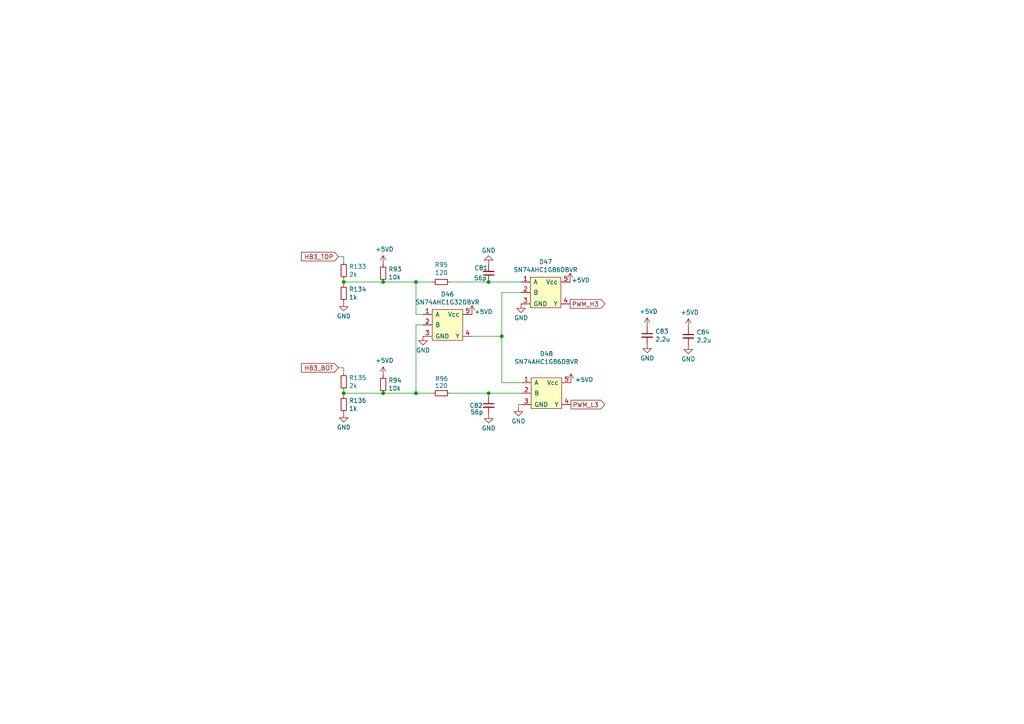
<source format=kicad_sch>
(kicad_sch (version 20211123) (generator eeschema)
  (paper "A4")
  (lib_symbols
    (symbol "Device:C_Small" (pin_numbers hide) (pin_names (offset 0.254) hide)
      (property "Reference" "C" (at 0.254 1.778 0))
      (property "Value" "C_Small" (at 0.254 -2.032 0))
      (symbol "C_Small_0_1"
        (polyline (pts (xy -1.524 -0.508) (xy 1.524 -0.508)) (stroke (width 0.3302)))
        (polyline (pts (xy -1.524 0.508) (xy 1.524 0.508)) (stroke (width 0.3048)))
      )
      (symbol "C_Small_1_1"
        (pin passive line (at 0 2.54 270) (length 2.032) (name "~") (number "1"))
        (pin passive line (at 0 -2.54 90) (length 2.032) (name "~") (number "2"))
      )
    )
    (symbol "Device:R_Small" (pin_numbers hide) (pin_names (offset 0.254) hide)
      (property "Reference" "R" (at 0.762 0.508 0))
      (property "Value" "R_Small" (at 0.762 -1.016 0))
      (symbol "R_Small_0_1"
        (rectangle (start -0.762 1.778) (end 0.762 -1.778) (stroke (width 0.2032)))
      )
      (symbol "R_Small_1_1"
        (pin passive line (at 0 2.54 270) (length 0.762) (name "~") (number "1"))
        (pin passive line (at 0 -2.54 90) (length 0.762) (name "~") (number "2"))
      )
    )
    (symbol "Logic:SN74AHC1G86DBVR" (pin_names (offset 1.016))
      (property "Reference" "D" (at 0 0 0))
      (property "Value" "SN74AHC1G86DBVR" (at 0 -1.905 0))
      (symbol "SN74AHC1G86DBVR_0_1"
        (rectangle (start -4.445 -4.445) (end 4.445 -13.335) (fill (type background)))
      )
      (symbol "SN74AHC1G86DBVR_1_1"
        (pin input line (at -7.112 -5.842 0) (length 2.54) (name "A") (number "1"))
        (pin input line (at -7.112 -8.89 0) (length 2.54) (name "B") (number "2"))
        (pin input line (at -7.112 -12.192 0) (length 2.54) (name "GND") (number "3"))
        (pin input line (at 7.112 -12.192 180) (length 2.54) (name "Y") (number "4"))
        (pin input line (at 7.112 -5.842 180) (length 2.54) (name "Vcc") (number "5"))
      )
    )
    (symbol "SN74AHC1G86DBVR_1" (pin_names (offset 1.016))
      (property "Reference" "D" (at 0 0 0))
      (property "Value" "SN74AHC1G86DBVR_1" (at 0 -1.905 0))
      (symbol "SN74AHC1G86DBVR_1_0_1"
        (rectangle (start -4.445 -4.445) (end 4.445 -13.335) (fill (type background)))
      )
      (symbol "SN74AHC1G86DBVR_1_1_1"
        (pin input line (at -7.112 -5.842 0) (length 2.54) (name "A") (number "1"))
        (pin input line (at -7.112 -8.89 0) (length 2.54) (name "B") (number "2"))
        (pin input line (at -7.112 -12.192 0) (length 2.54) (name "GND") (number "3"))
        (pin input line (at 7.112 -12.192 180) (length 2.54) (name "Y") (number "4"))
        (pin input line (at 7.112 -5.842 180) (length 2.54) (name "Vcc") (number "5"))
      )
    )
    (symbol "SN74AHC1G86DBVR_2" (pin_names (offset 1.016))
      (property "Reference" "D" (at 0 0 0))
      (property "Value" "SN74AHC1G86DBVR_2" (at 0 -1.905 0))
      (symbol "SN74AHC1G86DBVR_2_0_1"
        (rectangle (start -4.445 -4.445) (end 4.445 -13.335) (fill (type background)))
      )
      (symbol "SN74AHC1G86DBVR_2_1_1"
        (pin input line (at -7.112 -5.842 0) (length 2.54) (name "A") (number "1"))
        (pin input line (at -7.112 -8.89 0) (length 2.54) (name "B") (number "2"))
        (pin input line (at -7.112 -12.192 0) (length 2.54) (name "GND") (number "3"))
        (pin input line (at 7.112 -12.192 180) (length 2.54) (name "Y") (number "4"))
        (pin input line (at 7.112 -5.842 180) (length 2.54) (name "Vcc") (number "5"))
      )
    )
    (symbol "power:+5VD" (power) (pin_names (offset 0))
      (property "Value" "+5VD" (at 0 3.556 0))
      (symbol "+5VD_0_1"
        (polyline (pts (xy -0.762 1.27) (xy 0 2.54)))
        (polyline (pts (xy 0 0) (xy 0 2.54)))
        (polyline (pts (xy 0 2.54) (xy 0.762 1.27)))
      )
      (symbol "+5VD_1_1"
        (pin power_in line (at 0 0 90) (length 0) hide (name "+5VD") (number "1"))
      )
    )
    (symbol "power:GND" (power) (pin_names (offset 0))
      (property "Value" "GND" (at 0 -3.81 0))
      (symbol "GND_0_1"
        (polyline (pts (xy 0 0) (xy 0 -1.27) (xy 1.27 -1.27) (xy 0 -2.54) (xy -1.27 -1.27) (xy 0 -1.27)))
      )
      (symbol "GND_1_1"
        (pin power_in line (at 0 0 270) (length 0) hide (name "GND") (number "1"))
      )
    )
  )
  (junction (at 141.732 114.046))
  (junction (at 99.695 114.046))
  (junction (at 120.65 114.046))
  (junction (at 111.125 114.046))
  (junction (at 99.695 81.788))
  (junction (at 141.732 81.788))
  (junction (at 111.125 81.788))
  (junction (at 145.542 97.536))
  (junction (at 120.65 81.788))
  (wire (pts (xy 145.542 84.836) (xy 151.13 84.836)))
  (wire (pts (xy 98.171 106.68) (xy 99.695 106.68)))
  (wire (pts (xy 99.695 74.422) (xy 99.695 75.946)))
  (wire (pts (xy 141.732 81.788) (xy 151.13 81.788)))
  (wire (pts (xy 151.384 110.998) (xy 145.542 110.998)))
  (wire (pts (xy 120.65 91.186) (xy 120.65 81.788)))
  (wire (pts (xy 151.384 117.348) (xy 150.368 117.348)))
  (wire (pts (xy 145.542 110.998) (xy 145.542 97.536)))
  (wire (pts (xy 122.682 94.234) (xy 120.65 94.234)))
  (wire (pts (xy 120.65 94.234) (xy 120.65 114.046)))
  (wire (pts (xy 130.556 114.046) (xy 141.732 114.046)))
  (wire (pts (xy 99.695 81.788) (xy 111.125 81.788)))
  (wire (pts (xy 99.695 81.026) (xy 99.695 81.788)))
  (wire (pts (xy 150.368 117.348) (xy 150.368 118.11)))
  (wire (pts (xy 99.695 81.788) (xy 99.695 82.55)))
  (wire (pts (xy 120.65 114.046) (xy 125.476 114.046)))
  (wire (pts (xy 141.732 114.046) (xy 141.732 115.062)))
  (wire (pts (xy 99.695 114.046) (xy 99.695 114.808)))
  (wire (pts (xy 99.695 106.68) (xy 99.695 108.204)))
  (wire (pts (xy 136.906 97.536) (xy 145.542 97.536)))
  (wire (pts (xy 99.695 113.284) (xy 99.695 114.046)))
  (wire (pts (xy 145.542 97.536) (xy 145.542 84.836)))
  (wire (pts (xy 130.556 81.788) (xy 141.732 81.788)))
  (wire (pts (xy 125.476 81.788) (xy 120.65 81.788)))
  (wire (pts (xy 98.171 74.422) (xy 99.695 74.422)))
  (wire (pts (xy 151.384 114.046) (xy 141.732 114.046)))
  (wire (pts (xy 111.125 81.788) (xy 120.65 81.788)))
  (wire (pts (xy 111.125 114.046) (xy 120.65 114.046)))
  (wire (pts (xy 120.65 91.186) (xy 122.682 91.186)))
  (wire (pts (xy 99.695 114.046) (xy 111.125 114.046)))
  (global_label "PWM_L3" (shape output) (at 165.608 117.348 0) (property "Intersheet References" "${INTERSHEET_REFS}" (effects hide)))
  (global_label "HB3_BOT" (shape input) (at 98.171 106.68 180) (property "Intersheet References" "${INTERSHEET_REFS}" (effects hide)))
  (global_label "HB3_TOP" (shape input) (at 98.171 74.422 180) (property "Intersheet References" "${INTERSHEET_REFS}" (effects hide)))
  (global_label "PWM_H3" (shape output) (at 165.354 88.138 0) (property "Intersheet References" "${INTERSHEET_REFS}" (effects hide)))
  (symbol (lib_id "power:+5VD") (at 136.906 91.186 0) (unit 1)
    (property "Reference" "#PWR0140" (effects hide))
    (property "Value" "+5VD" (at 140.208 90.424 0))
  )
  (symbol (lib_id "Device:C_Small") (at 199.644 97.536 0) (unit 1)
    (property "Reference" "C84" (at 201.9808 96.3676 0) (effects (justify left)))
    (property "Value" "2.2u" (at 201.9808 98.679 0) (effects (justify left)))
    (property "Footprint" "Capacitor_SMD:C_0805_2012Metric_Pad1.18x1.45mm_HandSolder" (effects hide))
  )
  (symbol (lib_id "Device:R_Small") (at 111.125 111.506 0) (unit 1)
    (property "Reference" "R94" (at 112.6236 110.3376 0) (effects (justify left)))
    (property "Value" "10k" (at 112.6236 112.649 0) (effects (justify left)))
    (property "Footprint" "Resistor_SMD:R_0805_2012Metric_Pad1.20x1.40mm_HandSolder" (effects hide))
  )
  (symbol (lib_id "Device:R_Small") (at 99.695 110.744 0) (unit 1)
    (property "Reference" "R135" (at 101.1936 109.5756 0) (effects (justify left)))
    (property "Value" "2k" (at 101.1936 111.887 0) (effects (justify left)))
    (property "Footprint" "Resistor_SMD:R_0805_2012Metric_Pad1.20x1.40mm_HandSolder" (effects hide))
  )
  (symbol (lib_id "power:GND") (at 122.682 97.536 0) (unit 1)
    (property "Reference" "#PWR0210" (effects hide))
    (property "Value" "GND" (at 120.65 101.6 0) (effects (justify left)))
  )
  (symbol (lib_id "power:GND") (at 141.732 76.708 180) (unit 1)
    (property "Reference" "#PWR0141" (effects hide))
    (property "Value" "GND" (at 143.764 72.644 0) (effects (justify left)))
  )
  (symbol (lib_id "power:+5VD") (at 187.706 94.742 0) (unit 1)
    (property "Reference" "#PWR0147" (effects hide))
    (property "Value" "+5VD" (at 188.087 90.3478 0))
  )
  (symbol (lib_id "Device:R_Small") (at 111.125 79.248 0) (unit 1)
    (property "Reference" "R93" (at 112.6236 78.0796 0) (effects (justify left)))
    (property "Value" "10k" (at 112.6236 80.391 0) (effects (justify left)))
    (property "Footprint" "Resistor_SMD:R_0805_2012Metric_Pad1.20x1.40mm_HandSolder" (effects hide))
  )
  (symbol (lib_id "power:GND") (at 187.706 99.822 0) (unit 1)
    (property "Reference" "#PWR0205" (effects hide))
    (property "Value" "GND" (at 185.674 103.886 0) (effects (justify left)))
  )
  (symbol (lib_id "Device:R_Small") (at 99.695 78.486 0) (unit 1)
    (property "Reference" "R133" (at 101.1936 77.3176 0) (effects (justify left)))
    (property "Value" "2k" (at 101.1936 79.629 0) (effects (justify left)))
    (property "Footprint" "Resistor_SMD:R_0805_2012Metric_Pad1.20x1.40mm_HandSolder" (effects hide))
  )
  (symbol (lib_id "power:+5VD") (at 165.354 81.788 0) (unit 1)
    (property "Reference" "#PWR0145" (effects hide))
    (property "Value" "+5VD" (at 168.402 81.28 0))
  )
  (symbol (lib_name "SN74AHC1G86DBVR_1") (lib_id "Logic:SN74AHC1G86DBVR") (at 158.242 75.946 0) (unit 1)
    (property "Reference" "D47" (at 158.242 75.946 0))
    (property "Value" "SN74AHC1G86DBVR" (at 158.242 78.2574 0))
    (property "Footprint" "Package_TO_SOT_SMD:SOT-23-5_HandSoldering" (effects hide))
  )
  (symbol (lib_name "SN74AHC1G86DBVR_2") (lib_id "Logic:SN74AHC1G86DBVR") (at 158.496 105.156 0) (unit 1)
    (property "Reference" "D48" (at 158.496 102.616 0))
    (property "Value" "SN74AHC1G86DBVR" (at 158.496 104.9274 0))
    (property "Footprint" "Package_TO_SOT_SMD:SOT-23-5_HandSoldering" (effects hide))
  )
  (symbol (lib_id "Device:C_Small") (at 141.732 117.602 0) (unit 1)
    (property "Reference" "C82" (at 136.144 117.602 0) (effects (justify left)))
    (property "Value" "56p" (at 136.398 119.507 0) (effects (justify left)))
    (property "Footprint" "Capacitor_SMD:C_0805_2012Metric_Pad1.18x1.45mm_HandSolder" (effects hide))
  )
  (symbol (lib_id "power:+5VD") (at 165.608 110.998 0) (unit 1)
    (property "Reference" "#PWR0146" (effects hide))
    (property "Value" "+5VD" (at 169.418 110.109 0))
  )
  (symbol (lib_id "Device:C_Small") (at 187.706 97.282 0) (unit 1)
    (property "Reference" "C83" (at 190.0428 96.1136 0) (effects (justify left)))
    (property "Value" "2.2u" (at 190.0428 98.425 0) (effects (justify left)))
    (property "Footprint" "Capacitor_SMD:C_0805_2012Metric_Pad1.18x1.45mm_HandSolder" (effects hide))
  )
  (symbol (lib_id "power:GND") (at 150.368 118.11 0) (unit 1)
    (property "Reference" "#PWR0209" (effects hide))
    (property "Value" "GND" (at 148.336 122.174 0) (effects (justify left)))
  )
  (symbol (lib_id "Device:R_Small") (at 99.695 117.348 0) (unit 1)
    (property "Reference" "R136" (at 101.1936 116.1796 0) (effects (justify left)))
    (property "Value" "1k" (at 101.1936 118.491 0) (effects (justify left)))
    (property "Footprint" "Resistor_SMD:R_0805_2012Metric_Pad1.20x1.40mm_HandSolder" (effects hide))
  )
  (symbol (lib_id "power:GND") (at 151.13 88.138 0) (unit 1)
    (property "Reference" "#PWR0207" (effects hide))
    (property "Value" "GND" (at 149.098 92.202 0) (effects (justify left)))
  )
  (symbol (lib_id "power:+5VD") (at 111.125 76.708 0) (unit 1)
    (property "Reference" "#PWR0137" (effects hide))
    (property "Value" "+5VD" (at 111.506 72.3138 0))
  )
  (symbol (lib_id "power:GND") (at 99.695 87.63 0) (unit 1)
    (property "Reference" "#PWR0221" (effects hide))
    (property "Value" "GND" (at 97.663 91.694 0) (effects (justify left)))
  )
  (symbol (lib_id "power:GND") (at 141.732 120.142 0) (unit 1)
    (property "Reference" "#PWR0208" (effects hide))
    (property "Value" "GND" (at 139.7 124.206 0) (effects (justify left)))
  )
  (symbol (lib_id "Logic:SN74AHC1G86DBVR") (at 129.794 85.344 0) (unit 1)
    (property "Reference" "D46" (at 129.794 85.344 0))
    (property "Value" "SN74AHC1G32DBVR" (at 129.794 87.6554 0))
    (property "Footprint" "Package_TO_SOT_SMD:SOT-23-5_HandSoldering" (effects hide))
  )
  (symbol (lib_id "Device:R_Small") (at 99.695 85.09 0) (unit 1)
    (property "Reference" "R134" (at 101.1936 83.9216 0) (effects (justify left)))
    (property "Value" "1k" (at 101.1936 86.233 0) (effects (justify left)))
    (property "Footprint" "Resistor_SMD:R_0805_2012Metric_Pad1.20x1.40mm_HandSolder" (effects hide))
  )
  (symbol (lib_id "Device:C_Small") (at 141.732 79.248 180) (unit 1)
    (property "Reference" "C81" (at 141.478 77.724 0) (effects (justify left)))
    (property "Value" "56p" (at 141.224 80.645 0) (effects (justify left)))
    (property "Footprint" "Capacitor_SMD:C_0805_2012Metric_Pad1.18x1.45mm_HandSolder" (effects hide))
  )
  (symbol (lib_id "power:+5VD") (at 199.644 94.996 0) (unit 1)
    (property "Reference" "#PWR0149" (effects hide))
    (property "Value" "+5VD" (at 200.025 90.6018 0))
  )
  (symbol (lib_id "power:GND") (at 99.695 119.888 0) (unit 1)
    (property "Reference" "#PWR0220" (effects hide))
    (property "Value" "GND" (at 97.663 123.952 0) (effects (justify left)))
  )
  (symbol (lib_id "Device:R_Small") (at 128.016 114.046 90) (unit 1)
    (property "Reference" "R96" (at 130.048 109.855 90) (effects (justify left)))
    (property "Value" "120" (at 129.921 111.887 90) (effects (justify left)))
    (property "Footprint" "Resistor_SMD:R_0805_2012Metric_Pad1.20x1.40mm_HandSolder" (effects hide))
  )
  (symbol (lib_id "power:+5VD") (at 111.125 108.966 0) (unit 1)
    (property "Reference" "#PWR0138" (effects hide))
    (property "Value" "+5VD" (at 111.506 104.5718 0))
  )
  (symbol (lib_id "power:GND") (at 199.644 100.076 0) (unit 1)
    (property "Reference" "#PWR0206" (effects hide))
    (property "Value" "GND" (at 197.612 104.14 0) (effects (justify left)))
  )
  (symbol (lib_id "Device:R_Small") (at 128.016 81.788 90) (unit 1)
    (property "Reference" "R95" (at 128.016 76.8096 90))
    (property "Value" "120" (at 128.016 79.121 90))
    (property "Footprint" "Resistor_SMD:R_0805_2012Metric_Pad1.20x1.40mm_HandSolder" (effects hide))
  )
)
</source>
